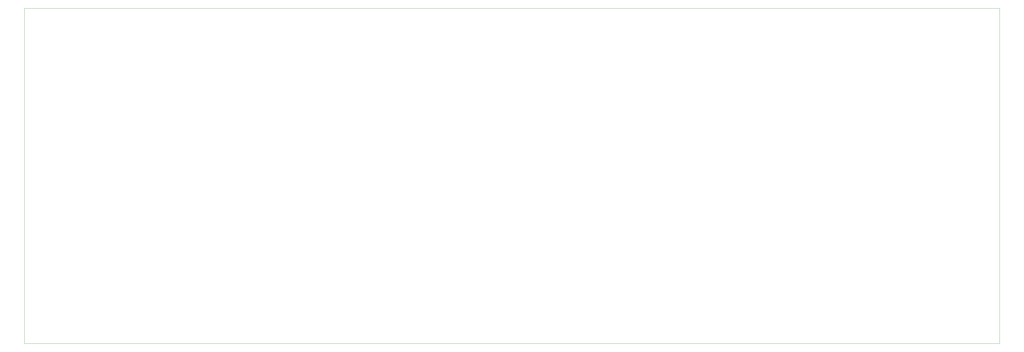
<source format=gbr>
%TF.GenerationSoftware,KiCad,Pcbnew,9.0.6*%
%TF.CreationDate,2025-12-30T21:58:58-08:00*%
%TF.ProjectId,keyboard,6b657962-6f61-4726-942e-6b696361645f,rev?*%
%TF.SameCoordinates,Original*%
%TF.FileFunction,Profile,NP*%
%FSLAX46Y46*%
G04 Gerber Fmt 4.6, Leading zero omitted, Abs format (unit mm)*
G04 Created by KiCad (PCBNEW 9.0.6) date 2025-12-30 21:58:58*
%MOMM*%
%LPD*%
G01*
G04 APERTURE LIST*
%TA.AperFunction,Profile*%
%ADD10C,0.050000*%
%TD*%
G04 APERTURE END LIST*
D10*
X10160000Y-10160000D02*
X368300000Y-10160000D01*
X368300000Y-133350000D01*
X10160000Y-133350000D01*
X10160000Y-10160000D01*
M02*

</source>
